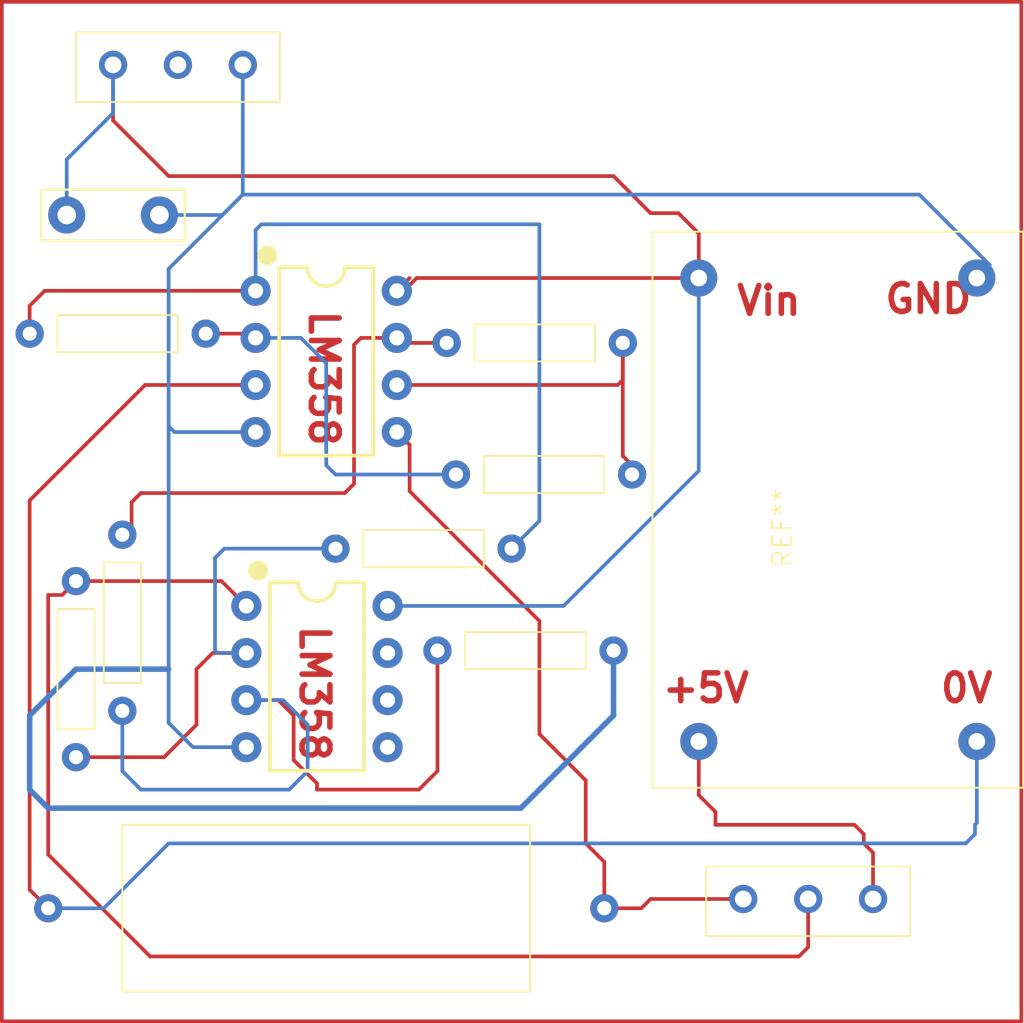
<source format=kicad_pcb>
(kicad_pcb (version 20240108) (generator "pcbnew") (generator_version "8.0")
  (layers (0 "F.Cu" signal) (31 "B.Cu" signal) (34 "B.Paste" user) (35 "F.Paste" user) (36 "B.SilkS" user "B.Silkscreen") (37 "F.SilkS" user "F.Silkscreen") (38 "B.Mask" user) (39 "F.Mask" user) (44 "Edge.Cuts" user))
  (net 0 "")
  (net 1 "GND")
  (net 2 "Vin")
  (footprint "Screw Terminal" (layer "F.Cu") (at 139 112.5)
    (property "Reference" "REF**" (hide yes))
    (property "Value" "Screw Terminal 3 Pin")
    (fp_rect (start -2 -1.75) (end 9 2) (stroke (width 0.1)) (fill none) (layer "F.SilkS"))
    (pad "1" thru_hole circle (at 0 0) (size 1.524 1.524) (drill 0.9) (layers "*.Cu" "*.Mask") (net 2 "Vin"))
    (pad "2" thru_hole circle (at 3.5 0) (size 1.524 1.524) (drill 0.9) (layers "*.Cu" "*.Mask"))
    (pad "3" thru_hole circle (at 7 0) (size 1.524 1.524) (drill 0.9) (layers "*.Cu" "*.Mask") (net 1 "GND"))
  )
  (footprint "Shunt Resistor:Resistor Qater Watt" (layer "F.Cu") (at 137 149.85 90)
    (property "Reference" "REF**" (hide yes))
    (property "Value" "50k")
    (fp_rect (start 1.5 -1) (end 8 1) (stroke (width 0.1)) (fill none) (layer "F.SilkS"))
    (pad "1" thru_hole circle (at 0 0 90) (size 1.524 1.524) (drill 0.762) (layers "*.Cu" "*.Mask"))
    (pad "2" thru_hole circle (at 9.5 0 90) (size 1.524 1.524) (drill 0.762) (layers "*.Cu" "*.Mask"))
  )
  (footprint "Screw Terminal" (layer "F.Cu") (at 173 157.5)
    (property "Reference" "REF**" (hide yes))
    (property "Value" "Screw Terminal 3 Pin")
    (fp_rect (start -2 -1.75) (end 9 2) (stroke (width 0.1)) (fill none) (layer "F.SilkS"))
    (pad "1" thru_hole circle (at 0 0) (size 1.524 1.524) (drill 0.9) (layers "*.Cu" "*.Mask"))
    (pad "2" thru_hole circle (at 3.5 0) (size 1.524 1.524) (drill 0.9) (layers "*.Cu" "*.Mask"))
    (pad "3" thru_hole circle (at 7 0) (size 1.524 1.524) (drill 0.9) (layers "*.Cu" "*.Mask"))
  )
  (footprint "Resistor Qater Watt" (layer "F.Cu") (at 134.5 127)
    (property "Reference" "REF**" (hide yes))
    (property "Value" "10k")
    (fp_rect (start 1.5 -1) (end 8 1) (stroke (width 0.1)) (fill none) (layer "F.SilkS"))
    (pad "1" thru_hole circle (at 0 0) (size 1.524 1.524) (drill 0.762) (layers "*.Cu" "*.Mask"))
    (pad "2" thru_hole circle (at 9.5 0) (size 1.524 1.524) (drill 0.762) (layers "*.Cu" "*.Mask"))
  )
  (footprint "Shunt Resistor:Resistor Qater Watt" (layer "F.Cu") (at 151 138.6)
    (property "Reference" "REF**" (hide yes))
    (property "Value" "1.2k")
    (fp_rect (start 1.5 -1) (end 8 1) (stroke (width 0.1)) (fill none) (layer "F.SilkS"))
    (pad "1" thru_hole circle (at 0 0) (size 1.524 1.524) (drill 0.762) (layers "*.Cu" "*.Mask"))
    (pad "2" thru_hole circle (at 9.5 0) (size 1.524 1.524) (drill 0.762) (layers "*.Cu" "*.Mask"))
  )
  (footprint "Shunt Resistor:Resistor Qater Watt" (layer "F.Cu") (at 139.5 147.35 90)
    (property "Reference" "REF**" (hide yes))
    (property "Value" "1.2k")
    (fp_rect (start 1.5 -1) (end 8 1) (stroke (width 0.1)) (fill none) (layer "F.SilkS"))
    (pad "1" thru_hole circle (at 0 0 90) (size 1.524 1.524) (drill 0.762) (layers "*.Cu" "*.Mask"))
    (pad "2" thru_hole circle (at 9.5 0 90) (size 1.524 1.524) (drill 0.762) (layers "*.Cu" "*.Mask"))
  )
  (footprint "Resistor Qater Watt" (layer "F.Cu") (at 157 127.5)
    (property "Reference" "REF**" (hide yes))
    (property "Value" "10k")
    (fp_rect (start 1.5 -1) (end 8 1) (stroke (width 0.1)) (fill none) (layer "F.SilkS"))
    (pad "1" thru_hole circle (at 0 0) (size 1.524 1.524) (drill 0.762) (layers "*.Cu" "*.Mask"))
    (pad "2" thru_hole circle (at 9.5 0) (size 1.524 1.524) (drill 0.762) (layers "*.Cu" "*.Mask"))
  )
  (footprint "Shunt Resistor:Resistor Qater Watt" (layer "F.Cu") (at 156.5 144.1)
    (property "Reference" "REF**" (hide yes))
    (property "Value" "50K")
    (fp_rect (start 1.5 -1) (end 8 1) (stroke (width 0.1)) (fill none) (layer "F.SilkS"))
    (pad "1" thru_hole circle (at 0 0) (size 1.524 1.524) (drill 0.762) (layers "*.Cu" "*.Mask"))
    (pad "2" thru_hole circle (at 9.5 0) (size 1.524 1.524) (drill 0.762) (layers "*.Cu" "*.Mask"))
  )
  (footprint "DC to DC Buck Down 5V" (layer "F.Cu") (at 168.1 151.5 90)
    (property "Reference" "REF**" (at 14 7 90) (layer "F.SilkS") (effects (font (thickness 0.1))))
    (property "Value" "DC to DC Buck Down 5V")
    (fp_rect (start 0 0) (end 30 20) (stroke (width 0.1)) (fill none) (layer "F.SilkS"))
    (pad "1" thru_hole circle (at 2.5 2.5 90) (size 2 2) (drill 0.9) (layers "*.Cu" "*.Mask"))
    (pad "2" thru_hole circle (at 2.5 17.5 90) (size 2 2) (drill 0.9) (layers "*.Cu" "*.Mask"))
    (pad "3" thru_hole circle (at 27.5 2.5 90) (size 2 2) (drill 0.9) (layers "*.Cu" "*.Mask"))
    (pad "4" thru_hole circle (at 27.5 17.5 90) (size 2 2) (drill 0.9) (layers "*.Cu" "*.Mask"))
  )
  (footprint "LM358:DIP08" (layer "F.Cu") (at 150 145.5 -90)
    (property "Reference" "REF**" (hide yes))
    (property "Value" "DIP08")
    (fp_line (start -5.08 2.54) (end 5.08 2.54) (stroke (width 0.2032)) (layer "F.SilkS"))
    (fp_line (start -5.08 2.54) (end -5.08 1.016) (stroke (width 0.2032)) (layer "F.SilkS"))
    (fp_line (start -5.08 -2.54) (end -5.08 -1.016) (stroke (width 0.2032)) (layer "F.SilkS"))
    (fp_line (start 5.08 -2.54) (end 5.08 2.54) (stroke (width 0.2032)) (layer "F.SilkS"))
    (fp_line (start 5.08 -2.54) (end -5.08 -2.54) (stroke (width 0.2032)) (layer "F.SilkS"))
    (fp_arc (start -5.08 -1.016) (mid -4.064 0) (end -5.08 1.016) (stroke (width 0.2032)) (layer "F.SilkS"))
    (fp_poly (pts (xy -6.19125 3.175) (xy -6.191 3.15) (xy -6.189 3.125) (xy -6.185 3.1) (xy -6.181 3.076) (xy -6.175 3.052) (xy -6.168 3.028) (xy -6.16 3.004) (xy -6.15 2.981) (xy -6.139 2.959) (xy -6.127 2.937) (xy -6.114 2.916) (xy -6.1 2.895) (xy -6.085 2.875) (xy -6.069 2.856) (xy -6.052 2.838) (xy -6.034 2.821) (xy -6.015 2.805) (xy -5.995 2.79) (xy -5.974 2.776) (xy -5.953 2.763) (xy -5.931 2.751) (xy -5.909 2.74) (xy -5.886 2.73) (xy -5.862 2.722) (xy -5.838 2.715) (xy -5.814 2.709) (xy -5.79 2.705) (xy -5.765 2.701) (xy -5.74 2.699) (xy -5.715 2.699) (xy -5.69 2.699) (xy -5.665 2.701) (xy -5.64 2.705) (xy -5.616 2.709) (xy -5.592 2.715) (xy -5.568 2.722) (xy -5.544 2.73) (xy -5.521 2.74) (xy -5.499 2.751) (xy -5.477 2.763) (xy -5.456 2.776) (xy -5.435 2.79) (xy -5.415 2.805) (xy -5.396 2.821) (xy -5.378 2.838) (xy -5.361 2.856) (xy -5.345 2.875) (xy -5.33 2.895) (xy -5.316 2.916) (xy -5.303 2.937) (xy -5.291 2.959) (xy -5.28 2.981) (xy -5.27 3.004) (xy -5.262 3.028) (xy -5.255 3.052) (xy -5.249 3.076) (xy -5.245 3.1) (xy -5.241 3.125) (xy -5.239 3.15) (xy -5.239 3.175) (xy -5.239 3.2) (xy -5.241 3.225) (xy -5.245 3.25) (xy -5.249 3.274) (xy -5.255 3.298) (xy -5.262 3.322) (xy -5.27 3.346) (xy -5.28 3.369) (xy -5.291 3.391) (xy -5.303 3.413) (xy -5.316 3.434) (xy -5.33 3.455) (xy -5.345 3.475) (xy -5.361 3.494) (xy -5.378 3.512) (xy -5.396 3.529) (xy -5.415 3.545) (xy -5.435 3.56) (xy -5.456 3.574) (xy -5.477 3.587) (xy -5.499 3.599) (xy -5.521 3.61) (xy -5.544 3.62) (xy -5.568 3.628) (xy -5.592 3.635) (xy -5.616 3.641) (xy -5.64 3.645) (xy -5.665 3.649) (xy -5.69 3.651) (xy -5.715 3.651) (xy -5.74 3.651) (xy -5.765 3.649) (xy -5.79 3.645) (xy -5.814 3.641) (xy -5.838 3.635) (xy -5.862 3.628) (xy -5.886 3.62) (xy -5.909 3.61) (xy -5.931 3.599) (xy -5.953 3.587) (xy -5.974 3.574) (xy -5.995 3.56) (xy -6.015 3.545) (xy -6.034 3.529) (xy -6.052 3.512) (xy -6.069 3.494) (xy -6.085 3.475) (xy -6.1 3.455) (xy -6.114 3.434) (xy -6.127 3.413) (xy -6.139 3.391) (xy -6.15 3.369) (xy -6.16 3.346) (xy -6.168 3.322) (xy -6.175 3.298) (xy -6.181 3.274) (xy -6.185 3.25) (xy -6.189 3.225) (xy -6.191 3.2) (xy -6.191 3.175) (xy -6.19125 3.175)) (stroke (width 0.127)) (fill solid) (layer "F.SilkS"))
    (pad "1" thru_hole circle (at -3.81 3.81 270) (size 1.6256 1.6256) (drill 0.8128) (layers "*.Cu" "*.Mask"))
    (pad "2" thru_hole circle (at -1.27 3.81 270) (size 1.6256 1.6256) (drill 0.8128) (layers "*.Cu" "*.Mask"))
    (pad "3" thru_hole circle (at 1.27 3.81 270) (size 1.6256 1.6256) (drill 0.8128) (layers "*.Cu" "*.Mask"))
    (pad "4" thru_hole circle (at 3.81 3.81 270) (size 1.6256 1.6256) (drill 0.8128) (layers "*.Cu" "*.Mask"))
    (pad "5" thru_hole circle (at 3.81 -3.81 270) (size 1.6256 1.6256) (drill 0.8128) (layers "*.Cu" "*.Mask"))
    (pad "6" thru_hole circle (at 1.27 -3.81 270) (size 1.6256 1.6256) (drill 0.8128) (layers "*.Cu" "*.Mask"))
    (pad "7" thru_hole circle (at -1.27 -3.81 270) (size 1.6256 1.6256) (drill 0.8128) (layers "*.Cu" "*.Mask"))
    (pad "8" thru_hole circle (at -3.81 -3.81 270) (size 1.6256 1.6256) (drill 0.8128) (layers "*.Cu" "*.Mask"))
  )
  (footprint "LM358:DIP08" (layer "F.Cu") (at 150.5 128.5 -90)
    (property "Reference" "REF**" (hide yes))
    (property "Value" "DIP08" (hide yes))
    (fp_line (start -5.08 2.54) (end 5.08 2.54) (stroke (width 0.2032)) (layer "F.SilkS"))
    (fp_line (start -5.08 2.54) (end -5.08 1.016) (stroke (width 0.2032)) (layer "F.SilkS"))
    (fp_line (start -5.08 -2.54) (end -5.08 -1.016) (stroke (width 0.2032)) (layer "F.SilkS"))
    (fp_line (start 5.08 -2.54) (end 5.08 2.54) (stroke (width 0.2032)) (layer "F.SilkS"))
    (fp_line (start 5.08 -2.54) (end -5.08 -2.54) (stroke (width 0.2032)) (layer "F.SilkS"))
    (fp_arc (start -5.08 -1.016) (mid -4.064 0) (end -5.08 1.016) (stroke (width 0.2032)) (layer "F.SilkS"))
    (fp_poly (pts (xy -6.19125 3.175) (xy -6.191 3.15) (xy -6.189 3.125) (xy -6.185 3.1) (xy -6.181 3.076) (xy -6.175 3.052) (xy -6.168 3.028) (xy -6.16 3.004) (xy -6.15 2.981) (xy -6.139 2.959) (xy -6.127 2.937) (xy -6.114 2.916) (xy -6.1 2.895) (xy -6.085 2.875) (xy -6.069 2.856) (xy -6.052 2.838) (xy -6.034 2.821) (xy -6.015 2.805) (xy -5.995 2.79) (xy -5.974 2.776) (xy -5.953 2.763) (xy -5.931 2.751) (xy -5.909 2.74) (xy -5.886 2.73) (xy -5.862 2.722) (xy -5.838 2.715) (xy -5.814 2.709) (xy -5.79 2.705) (xy -5.765 2.701) (xy -5.74 2.699) (xy -5.715 2.699) (xy -5.69 2.699) (xy -5.665 2.701) (xy -5.64 2.705) (xy -5.616 2.709) (xy -5.592 2.715) (xy -5.568 2.722) (xy -5.544 2.73) (xy -5.521 2.74) (xy -5.499 2.751) (xy -5.477 2.763) (xy -5.456 2.776) (xy -5.435 2.79) (xy -5.415 2.805) (xy -5.396 2.821) (xy -5.378 2.838) (xy -5.361 2.856) (xy -5.345 2.875) (xy -5.33 2.895) (xy -5.316 2.916) (xy -5.303 2.937) (xy -5.291 2.959) (xy -5.28 2.981) (xy -5.27 3.004) (xy -5.262 3.028) (xy -5.255 3.052) (xy -5.249 3.076) (xy -5.245 3.1) (xy -5.241 3.125) (xy -5.239 3.15) (xy -5.239 3.175) (xy -5.239 3.2) (xy -5.241 3.225) (xy -5.245 3.25) (xy -5.249 3.274) (xy -5.255 3.298) (xy -5.262 3.322) (xy -5.27 3.346) (xy -5.28 3.369) (xy -5.291 3.391) (xy -5.303 3.413) (xy -5.316 3.434) (xy -5.33 3.455) (xy -5.345 3.475) (xy -5.361 3.494) (xy -5.378 3.512) (xy -5.396 3.529) (xy -5.415 3.545) (xy -5.435 3.56) (xy -5.456 3.574) (xy -5.477 3.587) (xy -5.499 3.599) (xy -5.521 3.61) (xy -5.544 3.62) (xy -5.568 3.628) (xy -5.592 3.635) (xy -5.616 3.641) (xy -5.64 3.645) (xy -5.665 3.649) (xy -5.69 3.651) (xy -5.715 3.651) (xy -5.74 3.651) (xy -5.765 3.649) (xy -5.79 3.645) (xy -5.814 3.641) (xy -5.838 3.635) (xy -5.862 3.628) (xy -5.886 3.62) (xy -5.909 3.61) (xy -5.931 3.599) (xy -5.953 3.587) (xy -5.974 3.574) (xy -5.995 3.56) (xy -6.015 3.545) (xy -6.034 3.529) (xy -6.052 3.512) (xy -6.069 3.494) (xy -6.085 3.475) (xy -6.1 3.455) (xy -6.114 3.434) (xy -6.127 3.413) (xy -6.139 3.391) (xy -6.15 3.369) (xy -6.16 3.346) (xy -6.168 3.322) (xy -6.175 3.298) (xy -6.181 3.274) (xy -6.185 3.25) (xy -6.189 3.225) (xy -6.191 3.2) (xy -6.191 3.175) (xy -6.19125 3.175)) (stroke (width 0.127)) (fill solid) (layer "F.SilkS"))
    (pad "1" thru_hole circle (at -3.81 3.81 270) (size 1.6256 1.6256) (drill 0.8128) (layers "*.Cu" "*.Mask"))
    (pad "2" thru_hole circle (at -1.27 3.81 270) (size 1.6256 1.6256) (drill 0.8128) (layers "*.Cu" "*.Mask"))
    (pad "3" thru_hole circle (at 1.27 3.81 270) (size 1.6256 1.6256) (drill 0.8128) (layers "*.Cu" "*.Mask"))
    (pad "4" thru_hole circle (at 3.81 3.81 270) (size 1.6256 1.6256) (drill 0.8128) (layers "*.Cu" "*.Mask"))
    (pad "5" thru_hole circle (at 3.81 -3.81 270) (size 1.6256 1.6256) (drill 0.8128) (layers "*.Cu" "*.Mask"))
    (pad "6" thru_hole circle (at 1.27 -3.81 270) (size 1.6256 1.6256) (drill 0.8128) (layers "*.Cu" "*.Mask"))
    (pad "7" thru_hole circle (at -1.27 -3.81 270) (size 1.6256 1.6256) (drill 0.8128) (layers "*.Cu" "*.Mask"))
    (pad "8" thru_hole circle (at -3.81 -3.81 270) (size 1.6256 1.6256) (drill 0.8128) (layers "*.Cu" "*.Mask"))
  )
  (footprint "Capacitor_THT:C_Disc_D7.5mm_W2.5mm_P5.00mm" (layer "F.Cu") (at 136.5 120.6)
    (property "Reference" "REF**" (hide yes))
    (property "Value" "C_Disc_D7.5mm_W2.5mm_P5.00mm" (hide yes))
    (fp_line (start -1.37 -1.37) (end -1.37 1.37) (stroke (width 0.12)) (layer "F.SilkS"))
    (fp_line (start -1.37 -1.37) (end 6.37 -1.37) (stroke (width 0.12)) (layer "F.SilkS"))
    (fp_line (start -1.37 1.37) (end 6.37 1.37) (stroke (width 0.12)) (layer "F.SilkS"))
    (fp_line (start 6.37 -1.37) (end 6.37 1.37) (stroke (width 0.12)) (layer "F.SilkS"))
    (pad "1" thru_hole circle (at 0 0) (size 2 2) (drill 1) (layers "*.Cu" "*.Mask"))
    (pad "2" thru_hole circle (at 5 0) (size 2 2) (drill 1) (layers "*.Cu" "*.Mask"))
  )
  (footprint "Shunt Resistor:Resistor Qater Watt" (layer "F.Cu") (at 157.5 134.6)
    (property "Reference" "REF**" (hide yes))
    (property "Value" "10k adj")
    (fp_rect (start 1.5 -1) (end 8 1) (stroke (width 0.1)) (fill none) (layer "F.SilkS"))
    (pad "1" thru_hole circle (at 0 0) (size 1.524 1.524) (drill 0.762) (layers "*.Cu" "*.Mask"))
    (pad "2" thru_hole circle (at 9.5 0) (size 1.524 1.524) (drill 0.762) (layers "*.Cu" "*.Mask"))
  )
  (footprint "Shunt Resistor" (layer "F.Cu") (at 139.5 153.5)
    (property "Reference" "REF**" (hide yes))
    (property "Value" "Shunt Resistor")
    (fp_rect (start 0 0) (end 22 9) (stroke (width 0.1)) (fill none) (layer "F.SilkS"))
    (pad "1" thru_hole circle (at 26 4.5) (size 1.524 1.524) (drill 0.762) (layers "*.Cu" "*.Mask"))
    (pad "2" thru_hole circle (at -4 4.5) (size 1.524 1.524) (drill 0.762) (layers "*.Cu" "*.Mask"))
  )
  (gr_rect (start 133 109.1) (end 188 164.1) (stroke (width 0.2)) (fill none) (layer "F.Cu"))
  (gr_text "LM358\n" (at 149 142.6 -90) (layer "F.Cu") (effects (font (size 1.5 1.5) (thickness 0.3) (bold yes)) (justify left bottom)))
  (gr_text "0V\n" (at 183.5 147 0) (layer "F.Cu") (effects (font (size 1.5 1.5) (thickness 0.3) (bold yes)) (justify left bottom)))
  (gr_text "+5V\n" (at 168.5 147 0) (layer "F.Cu") (effects (font (size 1.5 1.5) (thickness 0.3) (bold yes)) (justify left bottom)))
  (gr_text "LM358\n" (at 149.5 125.6 -90) (layer "F.Cu") (effects (font (size 1.5 1.5) (thickness 0.3) (bold yes)) (justify left bottom)))
  (gr_text "Vin" (at 172.5 126.1 0) (layer "F.Cu") (effects (font (size 1.5 1.5) (thickness 0.3) (bold yes)) (justify left bottom)))
  (gr_text "GND" (at 180.5 126 0) (layer "F.Cu") (effects (font (size 1.5 1.5) (thickness 0.3) (bold yes)) (justify left bottom)))
  (segment (start 179 153.5) (end 179.5 154) (width 0.2) (layer "F.Cu") (net 0))
  (segment (start 146.19 146.77) (end 147.912446 146.77) (width 0.2) (layer "F.Cu") (net 0))
  (segment (start 140.5 135.6) (end 140 136.1) (width 0.2) (layer "F.Cu") (net 0))
  (segment (start 148.742446 150.006928) (end 150 151.264482) (width 0.2) (layer "F.Cu") (net 0))
  (segment (start 165.5 158) (end 167.5 158) (width 0.2) (layer "F.Cu") (net 0))
  (segment (start 154.31 129.77) (end 166.23 129.77) (width 0.2) (layer "F.Cu") (net 0))
  (segment (start 146.69 124.69) (end 135.31 124.69) (width 0.2) (layer "F.Cu") (net 0))
  (segment (start 164.5 154.5) (end 164.5 151.1) (width 0.2) (layer "F.Cu") (net 0))
  (segment (start 165.5 155.5) (end 164.5 154.5) (width 0.2) (layer "F.Cu") (net 0))
  (segment (start 144.37 144.23) (end 146.19 144.23) (width 0.2) (layer "F.Cu") (net 0))
  (segment (start 167 134.1) (end 166.5 133.6) (width 0.2) (layer "F.Cu") (net 0))
  (segment (start 179.5 154) (end 179.5 154.5) (width 0.2) (layer "F.Cu") (net 0))
  (segment (start 164.5 151.1) (end 162 148.6) (width 0.2) (layer "F.Cu") (net 0))
  (segment (start 147.912446 146.77) (end 148.742446 147.6) (width 0.2) (layer "F.Cu") (net 0))
  (segment (start 134.5 125.5) (end 134.5 127) (width 0.2) (layer "F.Cu") (net 0))
  (segment (start 166.23 129.77) (end 166.5 129.5) (width 0.2) (layer "F.Cu") (net 0))
  (segment (start 150 151.6) (end 155.5 151.6) (width 0.2) (layer "F.Cu") (net 0))
  (segment (start 148.742446 147.6) (end 148.742446 150.006928) (width 0.2) (layer "F.Cu") (net 0))
  (segment (start 143.5 145.1) (end 144.37 144.23) (width 0.2) (layer "F.Cu") (net 0))
  (segment (start 165.5 158) (end 165.5 155.5) (width 0.2) (layer "F.Cu") (net 0))
  (segment (start 141.75 149.85) (end 143.5 148.1) (width 0.2) (layer "F.Cu") (net 0))
  (segment (start 143.5 148.1) (end 143.5 145.1) (width 0.2) (layer "F.Cu") (net 0))
  (segment (start 135.31 124.69) (end 134.5 125.5) (width 0.2) (layer "F.Cu") (net 0))
  (segment (start 152.37 127.23) (end 152 127.6) (width 0.2) (layer "F.Cu") (net 0))
  (segment (start 166.5 133.6) (end 166.5 127.5) (width 0.2) (layer "F.Cu") (net 0))
  (segment (start 170.6 151.9) (end 171.5 152.8) (width 0.2) (layer "F.Cu") (net 0))
  (segment (start 167 134.6) (end 167 134.1) (width 0.2) (layer "F.Cu") (net 0))
  (segment (start 136.25 141.1) (end 137 140.35) (width 0.2) (layer "F.Cu") (net 0))
  (segment (start 157 127.5) (end 154.58 127.5) (width 0.2) (layer "F.Cu") (net 0))
  (segment (start 152 127.6) (end 152 135.1) (width 0.2) (layer "F.Cu") (net 0))
  (segment (start 179.5 154.5) (end 180 155) (width 0.2) (layer "F.Cu") (net 0))
  (segment (start 137 140.35) (end 144.85 140.35) (width 0.2) (layer "F.Cu") (net 0))
  (segment (start 134.5 136) (end 140.73 129.77) (width 0.2) (layer "F.Cu") (net 0))
  (segment (start 171.5 152.8) (end 171.5 153.5) (width 0.2) (layer "F.Cu") (net 0))
  (segment (start 170.6 151.9) (end 170.6 149) (width 0.2) (layer "F.Cu") (net 0))
  (segment (start 135.5 155.1) (end 135.5 141.1) (width 0.2) (layer "F.Cu") (net 0))
  (segment (start 144 127) (end 146.46 127) (width 0.2) (layer "F.Cu") (net 0))
  (segment (start 162 148.6) (end 162 142.5) (width 0.2) (layer "F.Cu") (net 0))
  (segment (start 140.73 129.77) (end 146.69 129.77) (width 0.2) (layer "F.Cu") (net 0))
  (segment (start 176.5 160.1) (end 176 160.6) (width 0.2) (layer "F.Cu") (net 0))
  (segment (start 168 157.5) (end 173 157.5) (width 0.2) (layer "F.Cu") (net 0))
  (segment (start 176.5 157.5) (end 176.5 160.1) (width 0.2) (layer "F.Cu") (net 0))
  (segment (start 156.5 150.6) (end 156.5 144.1) (width 0.2) (layer "F.Cu") (net 0))
  (segment (start 140 136.1) (end 140 137.35) (width 0.2) (layer "F.Cu") (net 0))
  (segment (start 155.5 151.6) (end 156.5 150.6) (width 0.2) (layer "F.Cu") (net 0))
  (segment (start 167.5 158) (end 168 157.5) (width 0.2) (layer "F.Cu") (net 0))
  (segment (start 134.5 157) (end 134.5 136) (width 0.2) (layer "F.Cu") (net 0))
  (segment (start 154.58 127.5) (end 154.31 127.23) (width 0.2) (layer "F.Cu") (net 0))
  (segment (start 151.5 135.6) (end 140.5 135.6) (width 0.2) (layer "F.Cu") (net 0))
  (segment (start 135.5 158) (end 134.5 157) (width 0.2) (layer "F.Cu") (net 0))
  (segment (start 180 155) (end 180 157.5) (width 0.2) (layer "F.Cu") (net 0))
  (segment (start 154.31 127.23) (end 152.37 127.23) (width 0.2) (layer "F.Cu") (net 0))
  (segment (start 144.85 140.35) (end 146.19 141.69) (width 0.2) (layer "F.Cu") (net 0))
  (segment (start 137 149.85) (end 141.75 149.85) (width 0.2) (layer "F.Cu") (net 0))
  (segment (start 155 135.5) (end 155 133) (width 0.2) (layer "F.Cu") (net 0))
  (segment (start 141 160.6) (end 135.5 155.1) (width 0.2) (layer "F.Cu") (net 0))
  (segment (start 146.46 127) (end 146.69 127.23) (width 0.2) (layer "F.Cu") (net 0))
  (segment (start 152 135.1) (end 151.5 135.6) (width 0.2) (layer "F.Cu") (net 0))
  (segment (start 179 153.5) (end 171.5 153.5) (width 0.2) (layer "F.Cu") (net 0))
  (segment (start 135.5 141.1) (end 136.25 141.1) (width 0.2) (layer "F.Cu") (net 0))
  (segment (start 140 137.35) (end 139.5 137.85) (width 0.2) (layer "F.Cu") (net 0))
  (segment (start 155 133) (end 154.31 132.31) (width 0.2) (layer "F.Cu") (net 0))
  (segment (start 150 151.264482) (end 150 151.6) (width 0.2) (layer "F.Cu") (net 0))
  (segment (start 166.5 129.5) (end 166.5 127.5) (width 0.2) (layer "F.Cu") (net 0))
  (segment (start 176 160.6) (end 141 160.6) (width 0.2) (layer "F.Cu") (net 0))
  (segment (start 162 142.5) (end 155 135.5) (width 0.2) (layer "F.Cu") (net 0))
  (segment (start 185.5 154) (end 185.5 153.5) (width 0.2) (layer "B.Cu") (net 0))
  (segment (start 139.5 150.6) (end 139.5 147.35) (width 0.2) (layer "B.Cu") (net 0))
  (segment (start 150.5 128.6) (end 149.13 127.23) (width 0.2) (layer "B.Cu") (net 0))
  (segment (start 142 154.5) (end 185 154.5) (width 0.2) (layer "B.Cu") (net 0))
  (segment (start 146.69 121.41) (end 147 121.1) (width 0.2) (layer "B.Cu") (net 0))
  (segment (start 157.5 134.6) (end 151 134.6) (width 0.2) (layer "B.Cu") (net 0))
  (segment (start 135.5 158) (end 138.5 158) (width 0.2) (layer "B.Cu") (net 0))
  (segment (start 144.5 144.1) (end 144.63 144.23) (width 0.2) (layer "B.Cu") (net 0))
  (segment (start 165.5 158) (end 166 158) (width 0.2) (layer "B.Cu") (net 0))
  (segment (start 146.69 124.69) (end 146.69 121.41) (width 0.2) (layer "B.Cu") (net 0))
  (segment (start 149.5 148.1) (end 149.5 150.6) (width 0.2) (layer "B.Cu") (net 0))
  (segment (start 145 138.6) (end 144.5 139.1) (width 0.2) (layer "B.Cu") (net 0))
  (segment (start 150.5 134.1) (end 150.5 128.6) (width 0.2) (layer "B.Cu") (net 0))
  (segment (start 148.17 146.77) (end 149.5 148.1) (width 0.2) (layer "B.Cu") (net 0))
  (segment (start 149.5 150.6) (end 148.5 151.6) (width 0.2) (layer "B.Cu") (net 0))
  (segment (start 147 121.1) (end 162 121.1) (width 0.2) (layer "B.Cu") (net 0))
  (segment (start 185.5 153.5) (end 185.6 153.4) (width 0.2) (layer "B.Cu") (net 0))
  (segment (start 151 134.6) (end 150.5 134.1) (width 0.2) (layer "B.Cu") (net 0))
  (segment (start 144.63 144.23) (end 146.19 144.23) (width 0.2) (layer "B.Cu") (net 0))
  (segment (start 146.19 146.77) (end 148.17 146.77) (width 0.2) (layer "B.Cu") (net 0))
  (segment (start 140.5 151.6) (end 139.5 150.6) (width 0.2) (layer "B.Cu") (net 0))
  (segment (start 185.6 153.4) (end 185.6 149) (width 0.2) (layer "B.Cu") (net 0))
  (segment (start 162 137.1) (end 160.5 138.6) (width 0.2) (layer "B.Cu") (net 0))
  (segment (start 162 121.1) (end 162 137.1) (width 0.2) (layer "B.Cu") (net 0))
  (segment (start 149.13 127.23) (end 146.69 127.23) (width 0.2) (layer "B.Cu") (net 0))
  (segment (start 144.5 139.1) (end 144.5 144.1) (width 0.2) (layer "B.Cu") (net 0))
  (segment (start 148.5 151.6) (end 140.5 151.6) (width 0.2) (layer "B.Cu") (net 0))
  (segment (start 185 154.5) (end 185.5 154) (width 0.2) (layer "B.Cu") (net 0))
  (segment (start 138.5 158) (end 142 154.5) (width 0.2) (layer "B.Cu") (net 0))
  (segment (start 151 138.6) (end 145 138.6) (width 0.2) (layer "B.Cu") (net 0))
  (segment (start 142 148) (end 142 145.1) (width 0.2) (layer "B.Cu") (net 1))
  (segment (start 135.5 152.6) (end 134.5 151.6) (width 0.3) (layer "B.Cu") (net 1))
  (segment (start 134.5 147.6) (end 137 145.1) (width 0.3) (layer "B.Cu") (net 1))
  (segment (start 146 119.5) (end 182.5 119.5) (width 0.2) (layer "B.Cu") (net 1))
  (segment (start 142 132) (end 142.31 132.31) (width 0.2) (layer "B.Cu") (net 1))
  (segment (start 142 123.5) (end 142 132) (width 0.2) (layer "B.Cu") (net 1))
  (segment (start 142 145.1) (end 142 132) (width 0.2) (layer "B.Cu") (net 1))
  (segment (start 166 144.1) (end 166 147.6) (width 0.3) (layer "B.Cu") (net 1))
  (segment (start 143.31 149.31) (end 142 148) (width 0.2) (layer "B.Cu") (net 1))
  (segment (start 186.3 123.3) (end 185.6 124) (width 0.2) (layer "B.Cu") (net 1))
  (segment (start 146 119.5) (end 142 123.5) (width 0.2) (layer "B.Cu") (net 1))
  (segment (start 146.19 149.31) (end 143.31 149.31) (width 0.2) (layer "B.Cu") (net 1))
  (segment (start 137 145.1) (end 142 145.1) (width 0.3) (layer "B.Cu") (net 1))
  (segment (start 142.31 132.31) (end 146.69 132.31) (width 0.2) (layer "B.Cu") (net 1))
  (segment (start 146 119.5) (end 144.9 120.6) (width 0.2) (layer "B.Cu") (net 1))
  (segment (start 166 147.6) (end 161 152.6) (width 0.3) (layer "B.Cu") (net 1))
  (segment (start 144.9 120.6) (end 141.5 120.6) (width 0.2) (layer "B.Cu") (net 1))
  (segment (start 134.5 151.6) (end 134.5 147.6) (width 0.3) (layer "B.Cu") (net 1))
  (segment (start 146 112.5) (end 146 119.5) (width 0.2) (layer "B.Cu") (net 1))
  (segment (start 182.5 119.5) (end 186.3 123.3) (width 0.2) (layer "B.Cu") (net 1))
  (segment (start 161 152.6) (end 135.5 152.6) (width 0.3) (layer "B.Cu") (net 1))
  (segment (start 142 118.5) (end 166 118.5) (width 0.2) (layer "F.Cu") (net 2))
  (segment (start 139 112.5) (end 139 115.5) (width 0.2) (layer "F.Cu") (net 2))
  (segment (start 155 124) (end 154.31 124.69) (width 0.2) (layer "F.Cu") (net 2))
  (segment (start 154.69 124.69) (end 155.38 124) (width 0.2) (layer "F.Cu") (net 2))
  (segment (start 155.38 124) (end 170.6 124) (width 0.2) (layer "F.Cu") (net 2))
  (segment (start 139 115.5) (end 142 118.5) (width 0.2) (layer "F.Cu") (net 2))
  (segment (start 170.6 121.6) (end 170.6 124) (width 0.2) (layer "F.Cu") (net 2))
  (segment (start 154.31 124.69) (end 154.69 124.69) (width 0.2) (layer "F.Cu") (net 2))
  (segment (start 169.5 120.5) (end 170.6 121.6) (width 0.2) (layer "F.Cu") (net 2))
  (segment (start 168 120.5) (end 169.5 120.5) (width 0.2) (layer "F.Cu") (net 2))
  (segment (start 166 118.5) (end 168 120.5) (width 0.2) (layer "F.Cu") (net 2))
  (segment (start 170.6 134.4) (end 170.6 124) (width 0.2) (layer "B.Cu") (net 2))
  (segment (start 136.5 120.6) (end 136.5 117.6) (width 0.2) (layer "B.Cu") (net 2))
  (segment (start 153.81 141.69) (end 163.31 141.69) (width 0.2) (layer "B.Cu") (net 2))
  (segment (start 136.5 117.6) (end 139 115.1) (width 0.2) (layer "B.Cu") (net 2))
  (segment (start 163.31 141.69) (end 170.6 134.4) (width 0.2) (layer "B.Cu") (net 2))
  (segment (start 139 115.1) (end 139 112.5) (width 0.2) (layer "B.Cu") (net 2))
)
</source>
